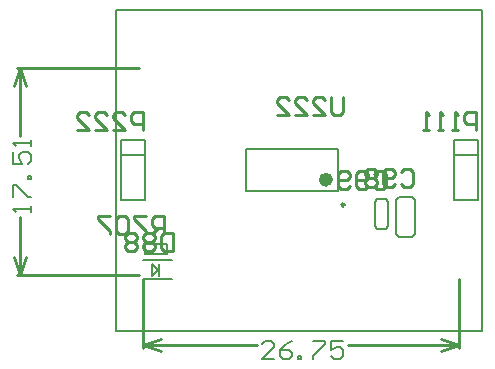
<source format=gbo>
%FSLAX25Y25*%
%MOIN*%
G70*
G01*
G75*
G04 Layer_Color=32896*
%ADD10C,0.01000*%
%ADD11R,0.04843X0.05354*%
%ADD12C,0.03000*%
%ADD13C,0.00500*%
%ADD14C,0.00600*%
%ADD15O,0.06000X0.03000*%
%ADD16R,0.06000X0.03000*%
%ADD17R,0.02362X0.02362*%
%ADD18C,0.02000*%
%ADD19C,0.05000*%
%ADD20R,0.03347X0.02756*%
%ADD21R,0.05118X0.03937*%
%ADD22R,0.02559X0.05315*%
%ADD23O,0.01772X0.05709*%
%ADD24R,0.05643X0.06154*%
%ADD25O,0.06800X0.03800*%
%ADD26R,0.06800X0.03800*%
%ADD27R,0.03162X0.03162*%
%ADD28R,0.04147X0.03556*%
%ADD29R,0.05918X0.04737*%
%ADD30R,0.03359X0.06115*%
%ADD31O,0.02572X0.06509*%
%ADD32C,0.02362*%
%ADD33C,0.00984*%
%ADD34C,0.00787*%
D10*
X1Y48443D02*
Y54441D01*
X-2998D01*
X-3997Y53441D01*
Y51442D01*
X-2998Y50442D01*
X1D01*
X-9995Y48443D02*
X-5997D01*
X-9995Y52441D01*
Y53441D01*
X-8996Y54441D01*
X-6996D01*
X-5997Y53441D01*
X-15993Y48443D02*
X-11995D01*
X-15993Y52441D01*
Y53441D01*
X-14994Y54441D01*
X-12994D01*
X-11995Y53441D01*
X-21991Y48443D02*
X-17993D01*
X-21991Y52441D01*
Y53441D01*
X-20992Y54441D01*
X-18992D01*
X-17993Y53441D01*
X111202Y48443D02*
Y54441D01*
X108202D01*
X107203Y53441D01*
Y51442D01*
X108202Y50442D01*
X111202D01*
X105203Y48443D02*
X103204D01*
X104204D01*
Y54441D01*
X105203Y53441D01*
X100205Y48443D02*
X98206D01*
X99205D01*
Y54441D01*
X100205Y53441D01*
X95207Y48443D02*
X93207D01*
X94207D01*
Y54441D01*
X95207Y53441D01*
X76903Y33541D02*
X77902Y34541D01*
X79902D01*
X80901Y33541D01*
Y29542D01*
X79902Y28543D01*
X77902D01*
X76903Y29542D01*
X74903D02*
X73904Y28543D01*
X71904D01*
X70905Y29542D01*
Y33541D01*
X71904Y34541D01*
X73904D01*
X74903Y33541D01*
Y32541D01*
X73904Y31542D01*
X70905D01*
X68905Y29542D02*
X67906Y28543D01*
X65906D01*
X64907Y29542D01*
Y33541D01*
X65906Y34541D01*
X67906D01*
X68905Y33541D01*
Y32541D01*
X67906Y31542D01*
X64907D01*
X85903Y34341D02*
X86902Y35341D01*
X88902D01*
X89902Y34341D01*
Y30342D01*
X88902Y29343D01*
X86902D01*
X85903Y30342D01*
X83903D02*
X82904Y29343D01*
X80904D01*
X79905Y30342D01*
Y34341D01*
X80904Y35341D01*
X82904D01*
X83903Y34341D01*
Y33341D01*
X82904Y32342D01*
X79905D01*
X77905Y34341D02*
X76906Y35341D01*
X74906D01*
X73907Y34341D01*
Y33341D01*
X74906Y32342D01*
X73907Y31342D01*
Y30342D01*
X74906Y29343D01*
X76906D01*
X77905Y30342D01*
Y31342D01*
X76906Y32342D01*
X77905Y33341D01*
Y34341D01*
X76906Y32342D02*
X74906D01*
X10102Y14141D02*
Y8143D01*
X7102D01*
X6103Y9142D01*
Y13141D01*
X7102Y14141D01*
X10102D01*
X4103Y13141D02*
X3104Y14141D01*
X1104D01*
X105Y13141D01*
Y12141D01*
X1104Y11142D01*
X105Y10142D01*
Y9142D01*
X1104Y8143D01*
X3104D01*
X4103Y9142D01*
Y10142D01*
X3104Y11142D01*
X4103Y12141D01*
Y13141D01*
X3104Y11142D02*
X1104D01*
X-1895Y13141D02*
X-2894Y14141D01*
X-4894D01*
X-5893Y13141D01*
Y12141D01*
X-4894Y11142D01*
X-5893Y10142D01*
Y9142D01*
X-4894Y8143D01*
X-2894D01*
X-1895Y9142D01*
Y10142D01*
X-2894Y11142D01*
X-1895Y12141D01*
Y13141D01*
X-2894Y11142D02*
X-4894D01*
X7102Y13543D02*
Y19541D01*
X4102D01*
X3103Y18541D01*
Y16542D01*
X4102Y15542D01*
X7102D01*
X5102D02*
X3103Y13543D01*
X1103Y19541D02*
X-2895D01*
Y18541D01*
X1103Y14542D01*
Y13543D01*
X-4895Y18541D02*
X-5894Y19541D01*
X-7894D01*
X-8893Y18541D01*
Y14542D01*
X-7894Y13543D01*
X-5894D01*
X-4895Y14542D01*
Y18541D01*
X-10893Y19541D02*
X-14891D01*
Y18541D01*
X-10893Y14542D01*
Y13543D01*
X66702Y59441D02*
Y54442D01*
X65702Y53443D01*
X63702D01*
X62703Y54442D01*
Y59441D01*
X56705Y53443D02*
X60703D01*
X56705Y57441D01*
Y58441D01*
X57704Y59441D01*
X59704D01*
X60703Y58441D01*
X50707Y53443D02*
X54705D01*
X50707Y57441D01*
Y58441D01*
X51706Y59441D01*
X53706D01*
X54705Y58441D01*
X44709Y53443D02*
X48707D01*
X44709Y57441D01*
Y58441D01*
X45708Y59441D01*
X47708D01*
X48707Y58441D01*
X105300Y-24400D02*
Y-1250D01*
X0Y-24400D02*
Y-1250D01*
X68291Y-23400D02*
X105300D01*
X0D02*
X38100D01*
X99300Y-21400D02*
X105300Y-23400D01*
X99300Y-25400D02*
X105300Y-23400D01*
X0D02*
X6000Y-25400D01*
X0Y-23400D02*
X6000Y-21400D01*
X-42000Y0D02*
X-1250D01*
X-42000Y68946D02*
X-1250D01*
X-41000Y0D02*
Y19277D01*
Y46469D02*
Y68946D01*
Y0D02*
X-39000Y6000D01*
X-43000D02*
X-41000Y0D01*
X-43000Y62946D02*
X-41000Y68946D01*
X-39000Y62946D01*
D13*
X77335Y16219D02*
Y24487D01*
X78122Y25274D02*
X80878D01*
X78122Y15431D02*
X80878D01*
X81665Y16219D02*
Y24487D01*
X80878Y15431D02*
X81665Y16219D01*
X77335D02*
X78122Y15431D01*
X77335Y24487D02*
X78122Y25274D01*
X80878D02*
X81665Y24487D01*
X84350Y25146D02*
X85335Y26130D01*
X84350Y25146D02*
X84350D01*
X89665Y26130D02*
X90650Y25146D01*
X84350Y13728D02*
X85335Y12744D01*
X89665D02*
X90650Y13728D01*
X85335Y12744D02*
X89665D01*
X90650Y13728D02*
Y25146D01*
X85335Y26130D02*
X89665D01*
X84350Y13728D02*
Y25146D01*
X788Y7125D02*
Y10275D01*
X7875Y7125D02*
Y10275D01*
X788D02*
X7875D01*
X788Y7125D02*
X7875D01*
X-100Y4850D02*
X9600D01*
X3138Y3700D02*
X5106Y1732D01*
X3138Y-237D02*
X5106Y1732D01*
X3138Y-237D02*
Y3700D01*
X5500Y-237D02*
Y3700D01*
X-100Y-1450D02*
X9600D01*
X-9055Y-18504D02*
Y88386D01*
X-8900D02*
X112992D01*
Y-18504D02*
Y88400D01*
X-9055Y-18504D02*
X113100D01*
D14*
X43699Y-28100D02*
X39700D01*
X43699Y-24101D01*
Y-23102D01*
X42699Y-22102D01*
X40700D01*
X39700Y-23102D01*
X49697Y-22102D02*
X47697Y-23102D01*
X45698Y-25101D01*
Y-27100D01*
X46698Y-28100D01*
X48697D01*
X49697Y-27100D01*
Y-26101D01*
X48697Y-25101D01*
X45698D01*
X51696Y-28100D02*
Y-27100D01*
X52696D01*
Y-28100D01*
X51696D01*
X56695Y-22102D02*
X60693D01*
Y-23102D01*
X56695Y-27100D01*
Y-28100D01*
X66691Y-22102D02*
X62693D01*
Y-25101D01*
X64692Y-24101D01*
X65692D01*
X66691Y-25101D01*
Y-27100D01*
X65692Y-28100D01*
X63692D01*
X62693Y-27100D01*
X-37401Y20877D02*
Y22876D01*
Y21877D01*
X-43399D01*
X-42399Y20877D01*
X-43399Y25875D02*
Y29874D01*
X-42399D01*
X-38401Y25875D01*
X-37401D01*
Y31873D02*
X-38401D01*
Y32873D01*
X-37401D01*
Y31873D01*
X-43399Y40870D02*
Y36872D01*
X-40400D01*
X-41400Y38871D01*
Y39871D01*
X-40400Y40870D01*
X-38401D01*
X-37401Y39871D01*
Y37871D01*
X-38401Y36872D01*
X-37401Y42870D02*
Y44869D01*
Y43869D01*
X-43399D01*
X-42399Y42870D01*
D32*
X62198Y31791D02*
G03*
X62198Y31791I-1181J0D01*
G01*
D33*
X67218Y23425D02*
G03*
X67218Y23425I-492J0D01*
G01*
D34*
X-7400Y24900D02*
X600D01*
X-7400D02*
Y45000D01*
X-7387D02*
X612D01*
X-7400Y40000D02*
X600D01*
Y24900D02*
Y45000D01*
X103800Y24900D02*
X111800D01*
X103800D02*
Y45000D01*
X103813D02*
X111813D01*
X103800Y40000D02*
X111800D01*
Y24900D02*
Y45000D01*
X34246Y27854D02*
Y42028D01*
X64954Y27854D02*
Y42028D01*
X34246D02*
X64954D01*
X34246Y27854D02*
X64954D01*
M02*

</source>
